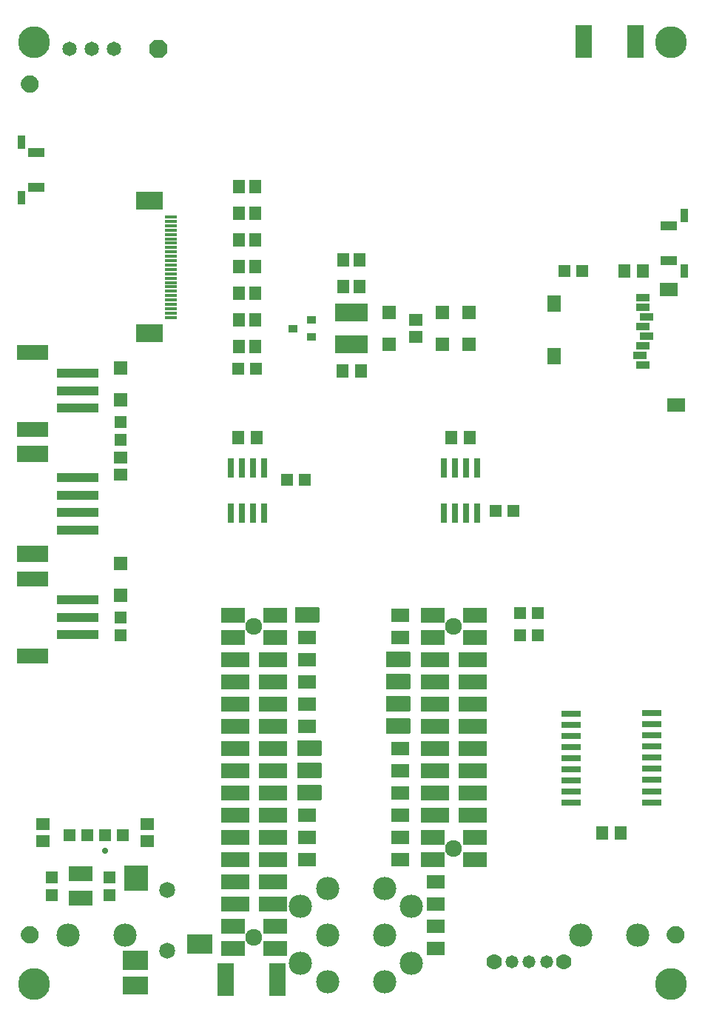
<source format=gbr>
G04 EAGLE Gerber RS-274X export*
G75*
%MOMM*%
%FSLAX34Y34*%
%LPD*%
%INSoldermask Bottom*%
%IPPOS*%
%AMOC8*
5,1,8,0,0,1.08239X$1,22.5*%
G01*
%ADD10R,1.377000X0.402000*%
%ADD11R,3.127000X2.127000*%
%ADD12R,2.667000X1.651000*%
%ADD13R,3.175000X1.651000*%
%ADD14C,1.927000*%
%ADD15R,2.027000X1.527000*%
%ADD16R,1.527000X1.927000*%
%ADD17R,1.627000X0.827000*%
%ADD18R,1.367000X1.627000*%
%ADD19R,4.727000X1.127000*%
%ADD20R,3.527000X1.827000*%
%ADD21R,1.627000X1.367000*%
%ADD22R,3.527000X1.727000*%
%ADD23R,1.427000X1.327000*%
%ADD24R,1.527000X1.527000*%
%ADD25R,2.827000X1.727000*%
%ADD26R,1.327000X1.427000*%
%ADD27R,1.327000X1.627000*%
%ADD28R,1.027000X0.927000*%
%ADD29R,1.905000X1.027000*%
%ADD30R,0.927000X1.577000*%
%ADD31R,1.627000X1.427000*%
%ADD32R,2.327000X0.727000*%
%ADD33R,0.727000X2.327000*%
%ADD34R,2.127000X1.627000*%
%ADD35R,1.295400X1.727200*%
%ADD36R,0.762000X0.330200*%
%ADD37C,1.651000*%
%ADD38C,3.643000*%
%ADD39C,1.127000*%
%ADD40C,0.500000*%
%ADD41P,2.226909X8X202.500000*%
%ADD42C,1.777000*%
%ADD43C,1.477000*%
%ADD44R,2.927000X2.127000*%
%ADD45R,2.727000X2.927000*%
%ADD46R,2.927000X2.327000*%
%ADD47C,1.827000*%
%ADD48C,2.667000*%
%ADD49R,1.827000X3.827000*%
%ADD50R,3.827000X2.127000*%
%ADD51C,0.731000*%

G36*
X345558Y435626D02*
X345558Y435626D01*
X345677Y435633D01*
X345715Y435646D01*
X345756Y435651D01*
X345866Y435694D01*
X345979Y435731D01*
X346014Y435753D01*
X346051Y435768D01*
X346147Y435838D01*
X346248Y435901D01*
X346276Y435931D01*
X346309Y435954D01*
X346385Y436046D01*
X346466Y436133D01*
X346486Y436168D01*
X346511Y436199D01*
X346562Y436307D01*
X346620Y436411D01*
X346630Y436451D01*
X346647Y436487D01*
X346669Y436604D01*
X346699Y436719D01*
X346703Y436780D01*
X346707Y436800D01*
X346705Y436820D01*
X346709Y436880D01*
X346709Y452120D01*
X346694Y452238D01*
X346687Y452357D01*
X346674Y452395D01*
X346669Y452436D01*
X346626Y452546D01*
X346589Y452659D01*
X346567Y452694D01*
X346552Y452731D01*
X346483Y452827D01*
X346419Y452928D01*
X346389Y452956D01*
X346366Y452989D01*
X346274Y453065D01*
X346187Y453146D01*
X346152Y453166D01*
X346121Y453191D01*
X346013Y453242D01*
X345909Y453300D01*
X345869Y453310D01*
X345833Y453327D01*
X345716Y453349D01*
X345601Y453379D01*
X345541Y453383D01*
X345521Y453387D01*
X345500Y453385D01*
X345440Y453389D01*
X320040Y453389D01*
X319922Y453374D01*
X319803Y453367D01*
X319765Y453354D01*
X319724Y453349D01*
X319614Y453306D01*
X319501Y453269D01*
X319466Y453247D01*
X319429Y453232D01*
X319333Y453163D01*
X319232Y453099D01*
X319204Y453069D01*
X319171Y453046D01*
X319096Y452954D01*
X319014Y452867D01*
X318994Y452832D01*
X318969Y452801D01*
X318918Y452693D01*
X318860Y452589D01*
X318850Y452549D01*
X318833Y452513D01*
X318811Y452396D01*
X318781Y452281D01*
X318777Y452221D01*
X318773Y452201D01*
X318774Y452194D01*
X318773Y452192D01*
X318774Y452176D01*
X318771Y452120D01*
X318771Y436880D01*
X318786Y436762D01*
X318793Y436643D01*
X318806Y436605D01*
X318811Y436564D01*
X318854Y436454D01*
X318891Y436341D01*
X318913Y436306D01*
X318928Y436269D01*
X318998Y436173D01*
X319061Y436072D01*
X319091Y436044D01*
X319114Y436011D01*
X319206Y435936D01*
X319293Y435854D01*
X319328Y435834D01*
X319359Y435809D01*
X319467Y435758D01*
X319571Y435700D01*
X319611Y435690D01*
X319647Y435673D01*
X319764Y435651D01*
X319879Y435621D01*
X319940Y435617D01*
X319960Y435613D01*
X319980Y435615D01*
X320040Y435611D01*
X345440Y435611D01*
X345558Y435626D01*
G37*
G36*
X449698Y384826D02*
X449698Y384826D01*
X449817Y384833D01*
X449855Y384846D01*
X449896Y384851D01*
X450006Y384894D01*
X450119Y384931D01*
X450154Y384953D01*
X450191Y384968D01*
X450287Y385038D01*
X450388Y385101D01*
X450416Y385131D01*
X450449Y385154D01*
X450525Y385246D01*
X450606Y385333D01*
X450626Y385368D01*
X450651Y385399D01*
X450702Y385507D01*
X450760Y385611D01*
X450770Y385651D01*
X450787Y385687D01*
X450809Y385804D01*
X450839Y385919D01*
X450843Y385980D01*
X450847Y386000D01*
X450845Y386020D01*
X450849Y386080D01*
X450849Y401320D01*
X450834Y401438D01*
X450827Y401557D01*
X450814Y401595D01*
X450809Y401636D01*
X450766Y401746D01*
X450729Y401859D01*
X450707Y401894D01*
X450692Y401931D01*
X450623Y402027D01*
X450559Y402128D01*
X450529Y402156D01*
X450506Y402189D01*
X450414Y402265D01*
X450327Y402346D01*
X450292Y402366D01*
X450261Y402391D01*
X450153Y402442D01*
X450049Y402500D01*
X450009Y402510D01*
X449973Y402527D01*
X449856Y402549D01*
X449741Y402579D01*
X449681Y402583D01*
X449661Y402587D01*
X449640Y402585D01*
X449580Y402589D01*
X424180Y402589D01*
X424062Y402574D01*
X423943Y402567D01*
X423905Y402554D01*
X423864Y402549D01*
X423754Y402506D01*
X423641Y402469D01*
X423606Y402447D01*
X423569Y402432D01*
X423473Y402363D01*
X423372Y402299D01*
X423344Y402269D01*
X423311Y402246D01*
X423236Y402154D01*
X423154Y402067D01*
X423134Y402032D01*
X423109Y402001D01*
X423058Y401893D01*
X423000Y401789D01*
X422990Y401749D01*
X422973Y401713D01*
X422951Y401596D01*
X422921Y401481D01*
X422917Y401421D01*
X422913Y401401D01*
X422914Y401394D01*
X422913Y401392D01*
X422914Y401376D01*
X422911Y401320D01*
X422911Y386080D01*
X422926Y385962D01*
X422933Y385843D01*
X422946Y385805D01*
X422951Y385764D01*
X422994Y385654D01*
X423031Y385541D01*
X423053Y385506D01*
X423068Y385469D01*
X423138Y385373D01*
X423201Y385272D01*
X423231Y385244D01*
X423254Y385211D01*
X423346Y385136D01*
X423433Y385054D01*
X423468Y385034D01*
X423499Y385009D01*
X423607Y384958D01*
X423711Y384900D01*
X423751Y384890D01*
X423787Y384873D01*
X423904Y384851D01*
X424019Y384821D01*
X424080Y384817D01*
X424100Y384813D01*
X424120Y384815D01*
X424180Y384811D01*
X449580Y384811D01*
X449698Y384826D01*
G37*
G36*
X449698Y359426D02*
X449698Y359426D01*
X449817Y359433D01*
X449855Y359446D01*
X449896Y359451D01*
X450006Y359494D01*
X450119Y359531D01*
X450154Y359553D01*
X450191Y359568D01*
X450287Y359638D01*
X450388Y359701D01*
X450416Y359731D01*
X450449Y359754D01*
X450525Y359846D01*
X450606Y359933D01*
X450626Y359968D01*
X450651Y359999D01*
X450702Y360107D01*
X450760Y360211D01*
X450770Y360251D01*
X450787Y360287D01*
X450809Y360404D01*
X450839Y360519D01*
X450843Y360580D01*
X450847Y360600D01*
X450845Y360620D01*
X450849Y360680D01*
X450849Y375920D01*
X450834Y376038D01*
X450827Y376157D01*
X450814Y376195D01*
X450809Y376236D01*
X450766Y376346D01*
X450729Y376459D01*
X450707Y376494D01*
X450692Y376531D01*
X450623Y376627D01*
X450559Y376728D01*
X450529Y376756D01*
X450506Y376789D01*
X450414Y376865D01*
X450327Y376946D01*
X450292Y376966D01*
X450261Y376991D01*
X450153Y377042D01*
X450049Y377100D01*
X450009Y377110D01*
X449973Y377127D01*
X449856Y377149D01*
X449741Y377179D01*
X449681Y377183D01*
X449661Y377187D01*
X449640Y377185D01*
X449580Y377189D01*
X424180Y377189D01*
X424062Y377174D01*
X423943Y377167D01*
X423905Y377154D01*
X423864Y377149D01*
X423754Y377106D01*
X423641Y377069D01*
X423606Y377047D01*
X423569Y377032D01*
X423473Y376963D01*
X423372Y376899D01*
X423344Y376869D01*
X423311Y376846D01*
X423236Y376754D01*
X423154Y376667D01*
X423134Y376632D01*
X423109Y376601D01*
X423058Y376493D01*
X423000Y376389D01*
X422990Y376349D01*
X422973Y376313D01*
X422951Y376196D01*
X422921Y376081D01*
X422917Y376021D01*
X422913Y376001D01*
X422914Y375994D01*
X422913Y375992D01*
X422914Y375976D01*
X422911Y375920D01*
X422911Y360680D01*
X422926Y360562D01*
X422933Y360443D01*
X422946Y360405D01*
X422951Y360364D01*
X422994Y360254D01*
X423031Y360141D01*
X423053Y360106D01*
X423068Y360069D01*
X423138Y359973D01*
X423201Y359872D01*
X423231Y359844D01*
X423254Y359811D01*
X423346Y359736D01*
X423433Y359654D01*
X423468Y359634D01*
X423499Y359609D01*
X423607Y359558D01*
X423711Y359500D01*
X423751Y359490D01*
X423787Y359473D01*
X423904Y359451D01*
X424019Y359421D01*
X424080Y359417D01*
X424100Y359413D01*
X424120Y359415D01*
X424180Y359411D01*
X449580Y359411D01*
X449698Y359426D01*
G37*
G36*
X449698Y334026D02*
X449698Y334026D01*
X449817Y334033D01*
X449855Y334046D01*
X449896Y334051D01*
X450006Y334094D01*
X450119Y334131D01*
X450154Y334153D01*
X450191Y334168D01*
X450287Y334238D01*
X450388Y334301D01*
X450416Y334331D01*
X450449Y334354D01*
X450525Y334446D01*
X450606Y334533D01*
X450626Y334568D01*
X450651Y334599D01*
X450702Y334707D01*
X450760Y334811D01*
X450770Y334851D01*
X450787Y334887D01*
X450809Y335004D01*
X450839Y335119D01*
X450843Y335180D01*
X450847Y335200D01*
X450845Y335220D01*
X450849Y335280D01*
X450849Y350520D01*
X450834Y350638D01*
X450827Y350757D01*
X450814Y350795D01*
X450809Y350836D01*
X450766Y350946D01*
X450729Y351059D01*
X450707Y351094D01*
X450692Y351131D01*
X450623Y351227D01*
X450559Y351328D01*
X450529Y351356D01*
X450506Y351389D01*
X450414Y351465D01*
X450327Y351546D01*
X450292Y351566D01*
X450261Y351591D01*
X450153Y351642D01*
X450049Y351700D01*
X450009Y351710D01*
X449973Y351727D01*
X449856Y351749D01*
X449741Y351779D01*
X449681Y351783D01*
X449661Y351787D01*
X449640Y351785D01*
X449580Y351789D01*
X424180Y351789D01*
X424062Y351774D01*
X423943Y351767D01*
X423905Y351754D01*
X423864Y351749D01*
X423754Y351706D01*
X423641Y351669D01*
X423606Y351647D01*
X423569Y351632D01*
X423473Y351563D01*
X423372Y351499D01*
X423344Y351469D01*
X423311Y351446D01*
X423236Y351354D01*
X423154Y351267D01*
X423134Y351232D01*
X423109Y351201D01*
X423058Y351093D01*
X423000Y350989D01*
X422990Y350949D01*
X422973Y350913D01*
X422951Y350796D01*
X422921Y350681D01*
X422917Y350621D01*
X422913Y350601D01*
X422914Y350594D01*
X422913Y350592D01*
X422914Y350576D01*
X422911Y350520D01*
X422911Y335280D01*
X422926Y335162D01*
X422933Y335043D01*
X422946Y335005D01*
X422951Y334964D01*
X422994Y334854D01*
X423031Y334741D01*
X423053Y334706D01*
X423068Y334669D01*
X423138Y334573D01*
X423201Y334472D01*
X423231Y334444D01*
X423254Y334411D01*
X423346Y334336D01*
X423433Y334254D01*
X423468Y334234D01*
X423499Y334209D01*
X423607Y334158D01*
X423711Y334100D01*
X423751Y334090D01*
X423787Y334073D01*
X423904Y334051D01*
X424019Y334021D01*
X424080Y334017D01*
X424100Y334013D01*
X424120Y334015D01*
X424180Y334011D01*
X449580Y334011D01*
X449698Y334026D01*
G37*
G36*
X449698Y308626D02*
X449698Y308626D01*
X449817Y308633D01*
X449855Y308646D01*
X449896Y308651D01*
X450006Y308694D01*
X450119Y308731D01*
X450154Y308753D01*
X450191Y308768D01*
X450287Y308838D01*
X450388Y308901D01*
X450416Y308931D01*
X450449Y308954D01*
X450525Y309046D01*
X450606Y309133D01*
X450626Y309168D01*
X450651Y309199D01*
X450702Y309307D01*
X450760Y309411D01*
X450770Y309451D01*
X450787Y309487D01*
X450809Y309604D01*
X450839Y309719D01*
X450843Y309780D01*
X450847Y309800D01*
X450845Y309820D01*
X450849Y309880D01*
X450849Y325120D01*
X450834Y325238D01*
X450827Y325357D01*
X450814Y325395D01*
X450809Y325436D01*
X450766Y325546D01*
X450729Y325659D01*
X450707Y325694D01*
X450692Y325731D01*
X450623Y325827D01*
X450559Y325928D01*
X450529Y325956D01*
X450506Y325989D01*
X450414Y326065D01*
X450327Y326146D01*
X450292Y326166D01*
X450261Y326191D01*
X450153Y326242D01*
X450049Y326300D01*
X450009Y326310D01*
X449973Y326327D01*
X449856Y326349D01*
X449741Y326379D01*
X449681Y326383D01*
X449661Y326387D01*
X449640Y326385D01*
X449580Y326389D01*
X424180Y326389D01*
X424062Y326374D01*
X423943Y326367D01*
X423905Y326354D01*
X423864Y326349D01*
X423754Y326306D01*
X423641Y326269D01*
X423606Y326247D01*
X423569Y326232D01*
X423473Y326163D01*
X423372Y326099D01*
X423344Y326069D01*
X423311Y326046D01*
X423236Y325954D01*
X423154Y325867D01*
X423134Y325832D01*
X423109Y325801D01*
X423058Y325693D01*
X423000Y325589D01*
X422990Y325549D01*
X422973Y325513D01*
X422951Y325396D01*
X422921Y325281D01*
X422917Y325221D01*
X422913Y325201D01*
X422914Y325194D01*
X422913Y325192D01*
X422914Y325176D01*
X422911Y325120D01*
X422911Y309880D01*
X422926Y309762D01*
X422933Y309643D01*
X422946Y309605D01*
X422951Y309564D01*
X422994Y309454D01*
X423031Y309341D01*
X423053Y309306D01*
X423068Y309269D01*
X423138Y309173D01*
X423201Y309072D01*
X423231Y309044D01*
X423254Y309011D01*
X423346Y308936D01*
X423433Y308854D01*
X423468Y308834D01*
X423499Y308809D01*
X423607Y308758D01*
X423711Y308700D01*
X423751Y308690D01*
X423787Y308673D01*
X423904Y308651D01*
X424019Y308621D01*
X424080Y308617D01*
X424100Y308613D01*
X424120Y308615D01*
X424180Y308611D01*
X449580Y308611D01*
X449698Y308626D01*
G37*
G36*
X348098Y283226D02*
X348098Y283226D01*
X348217Y283233D01*
X348255Y283246D01*
X348296Y283251D01*
X348406Y283294D01*
X348519Y283331D01*
X348554Y283353D01*
X348591Y283368D01*
X348687Y283438D01*
X348788Y283501D01*
X348816Y283531D01*
X348849Y283554D01*
X348925Y283646D01*
X349006Y283733D01*
X349026Y283768D01*
X349051Y283799D01*
X349102Y283907D01*
X349160Y284011D01*
X349170Y284051D01*
X349187Y284087D01*
X349209Y284204D01*
X349239Y284319D01*
X349243Y284380D01*
X349247Y284400D01*
X349245Y284420D01*
X349249Y284480D01*
X349249Y299720D01*
X349234Y299838D01*
X349227Y299957D01*
X349214Y299995D01*
X349209Y300036D01*
X349166Y300146D01*
X349129Y300259D01*
X349107Y300294D01*
X349092Y300331D01*
X349023Y300427D01*
X348959Y300528D01*
X348929Y300556D01*
X348906Y300589D01*
X348814Y300665D01*
X348727Y300746D01*
X348692Y300766D01*
X348661Y300791D01*
X348553Y300842D01*
X348449Y300900D01*
X348409Y300910D01*
X348373Y300927D01*
X348256Y300949D01*
X348141Y300979D01*
X348081Y300983D01*
X348061Y300987D01*
X348040Y300985D01*
X347980Y300989D01*
X322580Y300989D01*
X322462Y300974D01*
X322343Y300967D01*
X322305Y300954D01*
X322264Y300949D01*
X322154Y300906D01*
X322041Y300869D01*
X322006Y300847D01*
X321969Y300832D01*
X321873Y300763D01*
X321772Y300699D01*
X321744Y300669D01*
X321711Y300646D01*
X321636Y300554D01*
X321554Y300467D01*
X321534Y300432D01*
X321509Y300401D01*
X321458Y300293D01*
X321400Y300189D01*
X321390Y300149D01*
X321373Y300113D01*
X321351Y299996D01*
X321321Y299881D01*
X321317Y299821D01*
X321313Y299801D01*
X321314Y299794D01*
X321313Y299792D01*
X321314Y299776D01*
X321311Y299720D01*
X321311Y284480D01*
X321326Y284362D01*
X321333Y284243D01*
X321346Y284205D01*
X321351Y284164D01*
X321394Y284054D01*
X321431Y283941D01*
X321453Y283906D01*
X321468Y283869D01*
X321538Y283773D01*
X321601Y283672D01*
X321631Y283644D01*
X321654Y283611D01*
X321746Y283536D01*
X321833Y283454D01*
X321868Y283434D01*
X321899Y283409D01*
X322007Y283358D01*
X322111Y283300D01*
X322151Y283290D01*
X322187Y283273D01*
X322304Y283251D01*
X322419Y283221D01*
X322480Y283217D01*
X322500Y283213D01*
X322520Y283215D01*
X322580Y283211D01*
X347980Y283211D01*
X348098Y283226D01*
G37*
G36*
X348098Y257826D02*
X348098Y257826D01*
X348217Y257833D01*
X348255Y257846D01*
X348296Y257851D01*
X348406Y257894D01*
X348519Y257931D01*
X348554Y257953D01*
X348591Y257968D01*
X348687Y258038D01*
X348788Y258101D01*
X348816Y258131D01*
X348849Y258154D01*
X348925Y258246D01*
X349006Y258333D01*
X349026Y258368D01*
X349051Y258399D01*
X349102Y258507D01*
X349160Y258611D01*
X349170Y258651D01*
X349187Y258687D01*
X349209Y258804D01*
X349239Y258919D01*
X349243Y258980D01*
X349247Y259000D01*
X349245Y259020D01*
X349249Y259080D01*
X349249Y274320D01*
X349234Y274438D01*
X349227Y274557D01*
X349214Y274595D01*
X349209Y274636D01*
X349166Y274746D01*
X349129Y274859D01*
X349107Y274894D01*
X349092Y274931D01*
X349023Y275027D01*
X348959Y275128D01*
X348929Y275156D01*
X348906Y275189D01*
X348814Y275265D01*
X348727Y275346D01*
X348692Y275366D01*
X348661Y275391D01*
X348553Y275442D01*
X348449Y275500D01*
X348409Y275510D01*
X348373Y275527D01*
X348256Y275549D01*
X348141Y275579D01*
X348081Y275583D01*
X348061Y275587D01*
X348040Y275585D01*
X347980Y275589D01*
X322580Y275589D01*
X322462Y275574D01*
X322343Y275567D01*
X322305Y275554D01*
X322264Y275549D01*
X322154Y275506D01*
X322041Y275469D01*
X322006Y275447D01*
X321969Y275432D01*
X321873Y275363D01*
X321772Y275299D01*
X321744Y275269D01*
X321711Y275246D01*
X321636Y275154D01*
X321554Y275067D01*
X321534Y275032D01*
X321509Y275001D01*
X321458Y274893D01*
X321400Y274789D01*
X321390Y274749D01*
X321373Y274713D01*
X321351Y274596D01*
X321321Y274481D01*
X321317Y274421D01*
X321313Y274401D01*
X321314Y274394D01*
X321313Y274392D01*
X321314Y274376D01*
X321311Y274320D01*
X321311Y259080D01*
X321326Y258962D01*
X321333Y258843D01*
X321346Y258805D01*
X321351Y258764D01*
X321394Y258654D01*
X321431Y258541D01*
X321453Y258506D01*
X321468Y258469D01*
X321538Y258373D01*
X321601Y258272D01*
X321631Y258244D01*
X321654Y258211D01*
X321746Y258136D01*
X321833Y258054D01*
X321868Y258034D01*
X321899Y258009D01*
X322007Y257958D01*
X322111Y257900D01*
X322151Y257890D01*
X322187Y257873D01*
X322304Y257851D01*
X322419Y257821D01*
X322480Y257817D01*
X322500Y257813D01*
X322520Y257815D01*
X322580Y257811D01*
X347980Y257811D01*
X348098Y257826D01*
G37*
G36*
X348098Y232426D02*
X348098Y232426D01*
X348217Y232433D01*
X348255Y232446D01*
X348296Y232451D01*
X348406Y232494D01*
X348519Y232531D01*
X348554Y232553D01*
X348591Y232568D01*
X348687Y232638D01*
X348788Y232701D01*
X348816Y232731D01*
X348849Y232754D01*
X348925Y232846D01*
X349006Y232933D01*
X349026Y232968D01*
X349051Y232999D01*
X349102Y233107D01*
X349160Y233211D01*
X349170Y233251D01*
X349187Y233287D01*
X349209Y233404D01*
X349239Y233519D01*
X349243Y233580D01*
X349247Y233600D01*
X349245Y233620D01*
X349249Y233680D01*
X349249Y248920D01*
X349234Y249038D01*
X349227Y249157D01*
X349214Y249195D01*
X349209Y249236D01*
X349166Y249346D01*
X349129Y249459D01*
X349107Y249494D01*
X349092Y249531D01*
X349023Y249627D01*
X348959Y249728D01*
X348929Y249756D01*
X348906Y249789D01*
X348814Y249865D01*
X348727Y249946D01*
X348692Y249966D01*
X348661Y249991D01*
X348553Y250042D01*
X348449Y250100D01*
X348409Y250110D01*
X348373Y250127D01*
X348256Y250149D01*
X348141Y250179D01*
X348081Y250183D01*
X348061Y250187D01*
X348040Y250185D01*
X347980Y250189D01*
X322580Y250189D01*
X322462Y250174D01*
X322343Y250167D01*
X322305Y250154D01*
X322264Y250149D01*
X322154Y250106D01*
X322041Y250069D01*
X322006Y250047D01*
X321969Y250032D01*
X321873Y249963D01*
X321772Y249899D01*
X321744Y249869D01*
X321711Y249846D01*
X321636Y249754D01*
X321554Y249667D01*
X321534Y249632D01*
X321509Y249601D01*
X321458Y249493D01*
X321400Y249389D01*
X321390Y249349D01*
X321373Y249313D01*
X321351Y249196D01*
X321321Y249081D01*
X321317Y249021D01*
X321313Y249001D01*
X321314Y248994D01*
X321313Y248992D01*
X321314Y248976D01*
X321311Y248920D01*
X321311Y233680D01*
X321326Y233562D01*
X321333Y233443D01*
X321346Y233405D01*
X321351Y233364D01*
X321394Y233254D01*
X321431Y233141D01*
X321453Y233106D01*
X321468Y233069D01*
X321538Y232973D01*
X321601Y232872D01*
X321631Y232844D01*
X321654Y232811D01*
X321746Y232736D01*
X321833Y232654D01*
X321868Y232634D01*
X321899Y232609D01*
X322007Y232558D01*
X322111Y232500D01*
X322151Y232490D01*
X322187Y232473D01*
X322304Y232451D01*
X322419Y232421D01*
X322480Y232417D01*
X322500Y232413D01*
X322520Y232415D01*
X322580Y232411D01*
X347980Y232411D01*
X348098Y232426D01*
G37*
D10*
X176532Y899634D03*
X176532Y894634D03*
X176532Y889634D03*
X176532Y884634D03*
X176532Y879634D03*
X176532Y874634D03*
X176532Y869634D03*
X176532Y864634D03*
X176532Y859634D03*
X176532Y854634D03*
X176532Y849634D03*
X176532Y844634D03*
X176532Y839634D03*
X176532Y834634D03*
X176532Y829634D03*
X176532Y824634D03*
X176532Y819634D03*
X176532Y814634D03*
X176532Y809634D03*
X176532Y804634D03*
X176532Y799634D03*
X176532Y794634D03*
X176532Y789634D03*
X176532Y784634D03*
D11*
X151932Y918134D03*
X151932Y767034D03*
D12*
X295910Y63500D03*
X247650Y63500D03*
X295910Y88900D03*
X247650Y88900D03*
D13*
X293370Y114300D03*
X250190Y114300D03*
X293370Y139700D03*
X250190Y139700D03*
X293370Y165100D03*
X250190Y165100D03*
X293370Y190500D03*
X250190Y190500D03*
X293370Y215900D03*
X250190Y215900D03*
X293370Y241300D03*
X250190Y241300D03*
X293370Y266700D03*
X250190Y266700D03*
X293370Y292100D03*
X250190Y292100D03*
X293370Y317500D03*
X250190Y317500D03*
X293370Y342900D03*
X250190Y342900D03*
X293370Y368300D03*
X250190Y368300D03*
X293370Y393700D03*
X250190Y393700D03*
D12*
X295910Y419100D03*
X247650Y419100D03*
X295910Y444500D03*
X247650Y444500D03*
X476250Y444500D03*
X524510Y444500D03*
X476250Y419100D03*
X524510Y419100D03*
D13*
X478790Y393700D03*
X521970Y393700D03*
X478790Y368300D03*
X521970Y368300D03*
X478790Y342900D03*
X521970Y342900D03*
X478790Y317500D03*
X521970Y317500D03*
X478790Y292100D03*
X521970Y292100D03*
X478790Y266700D03*
X521970Y266700D03*
X478790Y241300D03*
X521970Y241300D03*
X478790Y215900D03*
X521970Y215900D03*
D12*
X476250Y190500D03*
X524510Y190500D03*
X476250Y165100D03*
X524510Y165100D03*
D14*
X500380Y177800D03*
X500380Y431800D03*
X271780Y76200D03*
X271780Y431800D03*
D15*
X746270Y816420D03*
X755270Y684420D03*
D16*
X615270Y800420D03*
X615270Y740420D03*
D17*
X717270Y807420D03*
X717270Y796420D03*
X721270Y785420D03*
X717270Y774420D03*
X721270Y763420D03*
X717270Y752420D03*
X713270Y741420D03*
X717270Y730420D03*
D18*
X273660Y782320D03*
X254660Y782320D03*
X273660Y812800D03*
X254660Y812800D03*
X273660Y751840D03*
X254660Y751840D03*
X273660Y843280D03*
X254660Y843280D03*
X273660Y873760D03*
X254660Y873760D03*
X273660Y904240D03*
X254660Y904240D03*
X273660Y934720D03*
X254660Y934720D03*
D19*
X70020Y601500D03*
X70020Y581500D03*
D20*
X18020Y628500D03*
X18020Y514500D03*
D19*
X70020Y561500D03*
X70020Y541500D03*
D21*
X119380Y605180D03*
X119380Y624180D03*
D19*
X70180Y461960D03*
X70180Y441960D03*
D22*
X18180Y485960D03*
X18180Y397960D03*
D19*
X70180Y421960D03*
D23*
X119380Y421640D03*
X119380Y441960D03*
D24*
X119380Y503640D03*
X119380Y466640D03*
D25*
X73660Y148620D03*
X73660Y120620D03*
D23*
X40640Y124460D03*
X40640Y144780D03*
X106680Y124460D03*
X106680Y144780D03*
D26*
X121920Y193040D03*
X101600Y193040D03*
X81280Y193040D03*
X60960Y193040D03*
D18*
X393040Y820420D03*
X374040Y820420D03*
X393040Y850900D03*
X374040Y850900D03*
D24*
X518160Y790660D03*
X518160Y753660D03*
X487680Y790660D03*
X487680Y753660D03*
D21*
X457200Y762660D03*
X457200Y781660D03*
D24*
X426720Y790660D03*
X426720Y753660D03*
D27*
X394040Y723900D03*
X373040Y723900D03*
D28*
X337660Y781660D03*
X337660Y762660D03*
X316660Y772160D03*
D29*
X22956Y933400D03*
X22956Y973400D03*
D30*
X5416Y921900D03*
X5416Y984900D03*
D26*
X596900Y421640D03*
X576580Y421640D03*
X596900Y447040D03*
X576580Y447040D03*
D31*
X30480Y205080D03*
X30480Y186080D03*
X149860Y186080D03*
X149860Y205080D03*
D19*
X70180Y721040D03*
X70180Y701040D03*
D22*
X18180Y745040D03*
X18180Y657040D03*
D19*
X70180Y681040D03*
D23*
X119380Y645160D03*
X119380Y665480D03*
D24*
X119380Y727160D03*
X119380Y690160D03*
D32*
X634720Y242570D03*
X726720Y293970D03*
X634720Y229870D03*
X634720Y255270D03*
X634720Y267970D03*
X726720Y281270D03*
X726720Y306670D03*
X726720Y319370D03*
X634720Y293370D03*
X634720Y280670D03*
X634720Y306070D03*
X634720Y318770D03*
X726720Y268570D03*
X726720Y255870D03*
X726720Y242870D03*
X726720Y229870D03*
X634720Y331470D03*
X726720Y332070D03*
D33*
X270510Y560740D03*
X270510Y612740D03*
X283210Y560740D03*
X257810Y560740D03*
X245110Y560740D03*
X283210Y612740D03*
X257810Y612740D03*
X245110Y612740D03*
D27*
X274660Y647700D03*
X253660Y647700D03*
D34*
X439420Y241300D03*
X439420Y266700D03*
X439420Y292100D03*
X332740Y215900D03*
X332740Y190500D03*
X332740Y165100D03*
X480060Y139700D03*
X480060Y114300D03*
X480060Y63500D03*
X332740Y317500D03*
X332740Y342900D03*
X332740Y368300D03*
X332740Y393700D03*
X332740Y419100D03*
X480060Y88900D03*
X439420Y419100D03*
X439420Y444500D03*
X439420Y215900D03*
X439420Y190500D03*
X439420Y165100D03*
D35*
X429260Y393700D03*
X444500Y393700D03*
D36*
X436880Y393700D03*
D35*
X429260Y368300D03*
X444500Y368300D03*
D36*
X436880Y368300D03*
D35*
X429260Y342900D03*
X444500Y342900D03*
D36*
X436880Y342900D03*
D35*
X429260Y317500D03*
X444500Y317500D03*
D36*
X436880Y317500D03*
D27*
X716620Y838200D03*
X695620Y838200D03*
X691220Y195580D03*
X670220Y195580D03*
D33*
X527050Y560740D03*
X514350Y560740D03*
X501650Y560740D03*
X488950Y560740D03*
X488950Y612740D03*
X501650Y612740D03*
X514350Y612740D03*
X527050Y612740D03*
D35*
X327660Y292100D03*
X342900Y292100D03*
D36*
X335280Y292100D03*
D27*
X518500Y647700D03*
X497500Y647700D03*
D29*
X746664Y889558D03*
X746664Y849558D03*
D30*
X764204Y901058D03*
X764204Y838058D03*
D35*
X327660Y266700D03*
X342900Y266700D03*
D36*
X335280Y266700D03*
D35*
X327660Y241300D03*
X342900Y241300D03*
D36*
X335280Y241300D03*
D37*
X111760Y1092200D03*
X86360Y1092200D03*
X60960Y1092200D03*
D38*
X20320Y22860D03*
X749300Y22860D03*
D39*
X754380Y78740D03*
D40*
X761880Y78740D02*
X761878Y78921D01*
X761871Y79102D01*
X761860Y79283D01*
X761845Y79464D01*
X761825Y79644D01*
X761801Y79824D01*
X761773Y80003D01*
X761740Y80181D01*
X761703Y80358D01*
X761662Y80535D01*
X761617Y80710D01*
X761567Y80885D01*
X761513Y81058D01*
X761455Y81229D01*
X761393Y81400D01*
X761326Y81568D01*
X761256Y81735D01*
X761182Y81901D01*
X761103Y82064D01*
X761021Y82225D01*
X760935Y82385D01*
X760845Y82542D01*
X760751Y82697D01*
X760654Y82850D01*
X760552Y83000D01*
X760448Y83148D01*
X760339Y83294D01*
X760228Y83436D01*
X760112Y83576D01*
X759994Y83713D01*
X759872Y83848D01*
X759747Y83979D01*
X759619Y84107D01*
X759488Y84232D01*
X759353Y84354D01*
X759216Y84472D01*
X759076Y84588D01*
X758934Y84699D01*
X758788Y84808D01*
X758640Y84912D01*
X758490Y85014D01*
X758337Y85111D01*
X758182Y85205D01*
X758025Y85295D01*
X757865Y85381D01*
X757704Y85463D01*
X757541Y85542D01*
X757375Y85616D01*
X757208Y85686D01*
X757040Y85753D01*
X756869Y85815D01*
X756698Y85873D01*
X756525Y85927D01*
X756350Y85977D01*
X756175Y86022D01*
X755998Y86063D01*
X755821Y86100D01*
X755643Y86133D01*
X755464Y86161D01*
X755284Y86185D01*
X755104Y86205D01*
X754923Y86220D01*
X754742Y86231D01*
X754561Y86238D01*
X754380Y86240D01*
X754199Y86238D01*
X754018Y86231D01*
X753837Y86220D01*
X753656Y86205D01*
X753476Y86185D01*
X753296Y86161D01*
X753117Y86133D01*
X752939Y86100D01*
X752762Y86063D01*
X752585Y86022D01*
X752410Y85977D01*
X752235Y85927D01*
X752062Y85873D01*
X751891Y85815D01*
X751720Y85753D01*
X751552Y85686D01*
X751385Y85616D01*
X751219Y85542D01*
X751056Y85463D01*
X750895Y85381D01*
X750735Y85295D01*
X750578Y85205D01*
X750423Y85111D01*
X750270Y85014D01*
X750120Y84912D01*
X749972Y84808D01*
X749826Y84699D01*
X749684Y84588D01*
X749544Y84472D01*
X749407Y84354D01*
X749272Y84232D01*
X749141Y84107D01*
X749013Y83979D01*
X748888Y83848D01*
X748766Y83713D01*
X748648Y83576D01*
X748532Y83436D01*
X748421Y83294D01*
X748312Y83148D01*
X748208Y83000D01*
X748106Y82850D01*
X748009Y82697D01*
X747915Y82542D01*
X747825Y82385D01*
X747739Y82225D01*
X747657Y82064D01*
X747578Y81901D01*
X747504Y81735D01*
X747434Y81568D01*
X747367Y81400D01*
X747305Y81229D01*
X747247Y81058D01*
X747193Y80885D01*
X747143Y80710D01*
X747098Y80535D01*
X747057Y80358D01*
X747020Y80181D01*
X746987Y80003D01*
X746959Y79824D01*
X746935Y79644D01*
X746915Y79464D01*
X746900Y79283D01*
X746889Y79102D01*
X746882Y78921D01*
X746880Y78740D01*
X746882Y78559D01*
X746889Y78378D01*
X746900Y78197D01*
X746915Y78016D01*
X746935Y77836D01*
X746959Y77656D01*
X746987Y77477D01*
X747020Y77299D01*
X747057Y77122D01*
X747098Y76945D01*
X747143Y76770D01*
X747193Y76595D01*
X747247Y76422D01*
X747305Y76251D01*
X747367Y76080D01*
X747434Y75912D01*
X747504Y75745D01*
X747578Y75579D01*
X747657Y75416D01*
X747739Y75255D01*
X747825Y75095D01*
X747915Y74938D01*
X748009Y74783D01*
X748106Y74630D01*
X748208Y74480D01*
X748312Y74332D01*
X748421Y74186D01*
X748532Y74044D01*
X748648Y73904D01*
X748766Y73767D01*
X748888Y73632D01*
X749013Y73501D01*
X749141Y73373D01*
X749272Y73248D01*
X749407Y73126D01*
X749544Y73008D01*
X749684Y72892D01*
X749826Y72781D01*
X749972Y72672D01*
X750120Y72568D01*
X750270Y72466D01*
X750423Y72369D01*
X750578Y72275D01*
X750735Y72185D01*
X750895Y72099D01*
X751056Y72017D01*
X751219Y71938D01*
X751385Y71864D01*
X751552Y71794D01*
X751720Y71727D01*
X751891Y71665D01*
X752062Y71607D01*
X752235Y71553D01*
X752410Y71503D01*
X752585Y71458D01*
X752762Y71417D01*
X752939Y71380D01*
X753117Y71347D01*
X753296Y71319D01*
X753476Y71295D01*
X753656Y71275D01*
X753837Y71260D01*
X754018Y71249D01*
X754199Y71242D01*
X754380Y71240D01*
X754561Y71242D01*
X754742Y71249D01*
X754923Y71260D01*
X755104Y71275D01*
X755284Y71295D01*
X755464Y71319D01*
X755643Y71347D01*
X755821Y71380D01*
X755998Y71417D01*
X756175Y71458D01*
X756350Y71503D01*
X756525Y71553D01*
X756698Y71607D01*
X756869Y71665D01*
X757040Y71727D01*
X757208Y71794D01*
X757375Y71864D01*
X757541Y71938D01*
X757704Y72017D01*
X757865Y72099D01*
X758025Y72185D01*
X758182Y72275D01*
X758337Y72369D01*
X758490Y72466D01*
X758640Y72568D01*
X758788Y72672D01*
X758934Y72781D01*
X759076Y72892D01*
X759216Y73008D01*
X759353Y73126D01*
X759488Y73248D01*
X759619Y73373D01*
X759747Y73501D01*
X759872Y73632D01*
X759994Y73767D01*
X760112Y73904D01*
X760228Y74044D01*
X760339Y74186D01*
X760448Y74332D01*
X760552Y74480D01*
X760654Y74630D01*
X760751Y74783D01*
X760845Y74938D01*
X760935Y75095D01*
X761021Y75255D01*
X761103Y75416D01*
X761182Y75579D01*
X761256Y75745D01*
X761326Y75912D01*
X761393Y76080D01*
X761455Y76251D01*
X761513Y76422D01*
X761567Y76595D01*
X761617Y76770D01*
X761662Y76945D01*
X761703Y77122D01*
X761740Y77299D01*
X761773Y77477D01*
X761801Y77656D01*
X761825Y77836D01*
X761845Y78016D01*
X761860Y78197D01*
X761871Y78378D01*
X761878Y78559D01*
X761880Y78740D01*
D39*
X15240Y1051560D03*
D40*
X22740Y1051560D02*
X22738Y1051741D01*
X22731Y1051922D01*
X22720Y1052103D01*
X22705Y1052284D01*
X22685Y1052464D01*
X22661Y1052644D01*
X22633Y1052823D01*
X22600Y1053001D01*
X22563Y1053178D01*
X22522Y1053355D01*
X22477Y1053530D01*
X22427Y1053705D01*
X22373Y1053878D01*
X22315Y1054049D01*
X22253Y1054220D01*
X22186Y1054388D01*
X22116Y1054555D01*
X22042Y1054721D01*
X21963Y1054884D01*
X21881Y1055045D01*
X21795Y1055205D01*
X21705Y1055362D01*
X21611Y1055517D01*
X21514Y1055670D01*
X21412Y1055820D01*
X21308Y1055968D01*
X21199Y1056114D01*
X21088Y1056256D01*
X20972Y1056396D01*
X20854Y1056533D01*
X20732Y1056668D01*
X20607Y1056799D01*
X20479Y1056927D01*
X20348Y1057052D01*
X20213Y1057174D01*
X20076Y1057292D01*
X19936Y1057408D01*
X19794Y1057519D01*
X19648Y1057628D01*
X19500Y1057732D01*
X19350Y1057834D01*
X19197Y1057931D01*
X19042Y1058025D01*
X18885Y1058115D01*
X18725Y1058201D01*
X18564Y1058283D01*
X18401Y1058362D01*
X18235Y1058436D01*
X18068Y1058506D01*
X17900Y1058573D01*
X17729Y1058635D01*
X17558Y1058693D01*
X17385Y1058747D01*
X17210Y1058797D01*
X17035Y1058842D01*
X16858Y1058883D01*
X16681Y1058920D01*
X16503Y1058953D01*
X16324Y1058981D01*
X16144Y1059005D01*
X15964Y1059025D01*
X15783Y1059040D01*
X15602Y1059051D01*
X15421Y1059058D01*
X15240Y1059060D01*
X15059Y1059058D01*
X14878Y1059051D01*
X14697Y1059040D01*
X14516Y1059025D01*
X14336Y1059005D01*
X14156Y1058981D01*
X13977Y1058953D01*
X13799Y1058920D01*
X13622Y1058883D01*
X13445Y1058842D01*
X13270Y1058797D01*
X13095Y1058747D01*
X12922Y1058693D01*
X12751Y1058635D01*
X12580Y1058573D01*
X12412Y1058506D01*
X12245Y1058436D01*
X12079Y1058362D01*
X11916Y1058283D01*
X11755Y1058201D01*
X11595Y1058115D01*
X11438Y1058025D01*
X11283Y1057931D01*
X11130Y1057834D01*
X10980Y1057732D01*
X10832Y1057628D01*
X10686Y1057519D01*
X10544Y1057408D01*
X10404Y1057292D01*
X10267Y1057174D01*
X10132Y1057052D01*
X10001Y1056927D01*
X9873Y1056799D01*
X9748Y1056668D01*
X9626Y1056533D01*
X9508Y1056396D01*
X9392Y1056256D01*
X9281Y1056114D01*
X9172Y1055968D01*
X9068Y1055820D01*
X8966Y1055670D01*
X8869Y1055517D01*
X8775Y1055362D01*
X8685Y1055205D01*
X8599Y1055045D01*
X8517Y1054884D01*
X8438Y1054721D01*
X8364Y1054555D01*
X8294Y1054388D01*
X8227Y1054220D01*
X8165Y1054049D01*
X8107Y1053878D01*
X8053Y1053705D01*
X8003Y1053530D01*
X7958Y1053355D01*
X7917Y1053178D01*
X7880Y1053001D01*
X7847Y1052823D01*
X7819Y1052644D01*
X7795Y1052464D01*
X7775Y1052284D01*
X7760Y1052103D01*
X7749Y1051922D01*
X7742Y1051741D01*
X7740Y1051560D01*
X7742Y1051379D01*
X7749Y1051198D01*
X7760Y1051017D01*
X7775Y1050836D01*
X7795Y1050656D01*
X7819Y1050476D01*
X7847Y1050297D01*
X7880Y1050119D01*
X7917Y1049942D01*
X7958Y1049765D01*
X8003Y1049590D01*
X8053Y1049415D01*
X8107Y1049242D01*
X8165Y1049071D01*
X8227Y1048900D01*
X8294Y1048732D01*
X8364Y1048565D01*
X8438Y1048399D01*
X8517Y1048236D01*
X8599Y1048075D01*
X8685Y1047915D01*
X8775Y1047758D01*
X8869Y1047603D01*
X8966Y1047450D01*
X9068Y1047300D01*
X9172Y1047152D01*
X9281Y1047006D01*
X9392Y1046864D01*
X9508Y1046724D01*
X9626Y1046587D01*
X9748Y1046452D01*
X9873Y1046321D01*
X10001Y1046193D01*
X10132Y1046068D01*
X10267Y1045946D01*
X10404Y1045828D01*
X10544Y1045712D01*
X10686Y1045601D01*
X10832Y1045492D01*
X10980Y1045388D01*
X11130Y1045286D01*
X11283Y1045189D01*
X11438Y1045095D01*
X11595Y1045005D01*
X11755Y1044919D01*
X11916Y1044837D01*
X12079Y1044758D01*
X12245Y1044684D01*
X12412Y1044614D01*
X12580Y1044547D01*
X12751Y1044485D01*
X12922Y1044427D01*
X13095Y1044373D01*
X13270Y1044323D01*
X13445Y1044278D01*
X13622Y1044237D01*
X13799Y1044200D01*
X13977Y1044167D01*
X14156Y1044139D01*
X14336Y1044115D01*
X14516Y1044095D01*
X14697Y1044080D01*
X14878Y1044069D01*
X15059Y1044062D01*
X15240Y1044060D01*
X15421Y1044062D01*
X15602Y1044069D01*
X15783Y1044080D01*
X15964Y1044095D01*
X16144Y1044115D01*
X16324Y1044139D01*
X16503Y1044167D01*
X16681Y1044200D01*
X16858Y1044237D01*
X17035Y1044278D01*
X17210Y1044323D01*
X17385Y1044373D01*
X17558Y1044427D01*
X17729Y1044485D01*
X17900Y1044547D01*
X18068Y1044614D01*
X18235Y1044684D01*
X18401Y1044758D01*
X18564Y1044837D01*
X18725Y1044919D01*
X18885Y1045005D01*
X19042Y1045095D01*
X19197Y1045189D01*
X19350Y1045286D01*
X19500Y1045388D01*
X19648Y1045492D01*
X19794Y1045601D01*
X19936Y1045712D01*
X20076Y1045828D01*
X20213Y1045946D01*
X20348Y1046068D01*
X20479Y1046193D01*
X20607Y1046321D01*
X20732Y1046452D01*
X20854Y1046587D01*
X20972Y1046724D01*
X21088Y1046864D01*
X21199Y1047006D01*
X21308Y1047152D01*
X21412Y1047300D01*
X21514Y1047450D01*
X21611Y1047603D01*
X21705Y1047758D01*
X21795Y1047915D01*
X21881Y1048075D01*
X21963Y1048236D01*
X22042Y1048399D01*
X22116Y1048565D01*
X22186Y1048732D01*
X22253Y1048900D01*
X22315Y1049071D01*
X22373Y1049242D01*
X22427Y1049415D01*
X22477Y1049590D01*
X22522Y1049765D01*
X22563Y1049942D01*
X22600Y1050119D01*
X22633Y1050297D01*
X22661Y1050476D01*
X22685Y1050656D01*
X22705Y1050836D01*
X22720Y1051017D01*
X22731Y1051198D01*
X22738Y1051379D01*
X22740Y1051560D01*
D38*
X20320Y1099820D03*
X749300Y1099820D03*
D41*
X162560Y1092200D03*
D39*
X15240Y78740D03*
D40*
X22740Y78740D02*
X22738Y78921D01*
X22731Y79102D01*
X22720Y79283D01*
X22705Y79464D01*
X22685Y79644D01*
X22661Y79824D01*
X22633Y80003D01*
X22600Y80181D01*
X22563Y80358D01*
X22522Y80535D01*
X22477Y80710D01*
X22427Y80885D01*
X22373Y81058D01*
X22315Y81229D01*
X22253Y81400D01*
X22186Y81568D01*
X22116Y81735D01*
X22042Y81901D01*
X21963Y82064D01*
X21881Y82225D01*
X21795Y82385D01*
X21705Y82542D01*
X21611Y82697D01*
X21514Y82850D01*
X21412Y83000D01*
X21308Y83148D01*
X21199Y83294D01*
X21088Y83436D01*
X20972Y83576D01*
X20854Y83713D01*
X20732Y83848D01*
X20607Y83979D01*
X20479Y84107D01*
X20348Y84232D01*
X20213Y84354D01*
X20076Y84472D01*
X19936Y84588D01*
X19794Y84699D01*
X19648Y84808D01*
X19500Y84912D01*
X19350Y85014D01*
X19197Y85111D01*
X19042Y85205D01*
X18885Y85295D01*
X18725Y85381D01*
X18564Y85463D01*
X18401Y85542D01*
X18235Y85616D01*
X18068Y85686D01*
X17900Y85753D01*
X17729Y85815D01*
X17558Y85873D01*
X17385Y85927D01*
X17210Y85977D01*
X17035Y86022D01*
X16858Y86063D01*
X16681Y86100D01*
X16503Y86133D01*
X16324Y86161D01*
X16144Y86185D01*
X15964Y86205D01*
X15783Y86220D01*
X15602Y86231D01*
X15421Y86238D01*
X15240Y86240D01*
X15059Y86238D01*
X14878Y86231D01*
X14697Y86220D01*
X14516Y86205D01*
X14336Y86185D01*
X14156Y86161D01*
X13977Y86133D01*
X13799Y86100D01*
X13622Y86063D01*
X13445Y86022D01*
X13270Y85977D01*
X13095Y85927D01*
X12922Y85873D01*
X12751Y85815D01*
X12580Y85753D01*
X12412Y85686D01*
X12245Y85616D01*
X12079Y85542D01*
X11916Y85463D01*
X11755Y85381D01*
X11595Y85295D01*
X11438Y85205D01*
X11283Y85111D01*
X11130Y85014D01*
X10980Y84912D01*
X10832Y84808D01*
X10686Y84699D01*
X10544Y84588D01*
X10404Y84472D01*
X10267Y84354D01*
X10132Y84232D01*
X10001Y84107D01*
X9873Y83979D01*
X9748Y83848D01*
X9626Y83713D01*
X9508Y83576D01*
X9392Y83436D01*
X9281Y83294D01*
X9172Y83148D01*
X9068Y83000D01*
X8966Y82850D01*
X8869Y82697D01*
X8775Y82542D01*
X8685Y82385D01*
X8599Y82225D01*
X8517Y82064D01*
X8438Y81901D01*
X8364Y81735D01*
X8294Y81568D01*
X8227Y81400D01*
X8165Y81229D01*
X8107Y81058D01*
X8053Y80885D01*
X8003Y80710D01*
X7958Y80535D01*
X7917Y80358D01*
X7880Y80181D01*
X7847Y80003D01*
X7819Y79824D01*
X7795Y79644D01*
X7775Y79464D01*
X7760Y79283D01*
X7749Y79102D01*
X7742Y78921D01*
X7740Y78740D01*
X7742Y78559D01*
X7749Y78378D01*
X7760Y78197D01*
X7775Y78016D01*
X7795Y77836D01*
X7819Y77656D01*
X7847Y77477D01*
X7880Y77299D01*
X7917Y77122D01*
X7958Y76945D01*
X8003Y76770D01*
X8053Y76595D01*
X8107Y76422D01*
X8165Y76251D01*
X8227Y76080D01*
X8294Y75912D01*
X8364Y75745D01*
X8438Y75579D01*
X8517Y75416D01*
X8599Y75255D01*
X8685Y75095D01*
X8775Y74938D01*
X8869Y74783D01*
X8966Y74630D01*
X9068Y74480D01*
X9172Y74332D01*
X9281Y74186D01*
X9392Y74044D01*
X9508Y73904D01*
X9626Y73767D01*
X9748Y73632D01*
X9873Y73501D01*
X10001Y73373D01*
X10132Y73248D01*
X10267Y73126D01*
X10404Y73008D01*
X10544Y72892D01*
X10686Y72781D01*
X10832Y72672D01*
X10980Y72568D01*
X11130Y72466D01*
X11283Y72369D01*
X11438Y72275D01*
X11595Y72185D01*
X11755Y72099D01*
X11916Y72017D01*
X12079Y71938D01*
X12245Y71864D01*
X12412Y71794D01*
X12580Y71727D01*
X12751Y71665D01*
X12922Y71607D01*
X13095Y71553D01*
X13270Y71503D01*
X13445Y71458D01*
X13622Y71417D01*
X13799Y71380D01*
X13977Y71347D01*
X14156Y71319D01*
X14336Y71295D01*
X14516Y71275D01*
X14697Y71260D01*
X14878Y71249D01*
X15059Y71242D01*
X15240Y71240D01*
X15421Y71242D01*
X15602Y71249D01*
X15783Y71260D01*
X15964Y71275D01*
X16144Y71295D01*
X16324Y71319D01*
X16503Y71347D01*
X16681Y71380D01*
X16858Y71417D01*
X17035Y71458D01*
X17210Y71503D01*
X17385Y71553D01*
X17558Y71607D01*
X17729Y71665D01*
X17900Y71727D01*
X18068Y71794D01*
X18235Y71864D01*
X18401Y71938D01*
X18564Y72017D01*
X18725Y72099D01*
X18885Y72185D01*
X19042Y72275D01*
X19197Y72369D01*
X19350Y72466D01*
X19500Y72568D01*
X19648Y72672D01*
X19794Y72781D01*
X19936Y72892D01*
X20076Y73008D01*
X20213Y73126D01*
X20348Y73248D01*
X20479Y73373D01*
X20607Y73501D01*
X20732Y73632D01*
X20854Y73767D01*
X20972Y73904D01*
X21088Y74044D01*
X21199Y74186D01*
X21308Y74332D01*
X21412Y74480D01*
X21514Y74630D01*
X21611Y74783D01*
X21705Y74938D01*
X21795Y75095D01*
X21881Y75255D01*
X21963Y75416D01*
X22042Y75579D01*
X22116Y75745D01*
X22186Y75912D01*
X22253Y76080D01*
X22315Y76251D01*
X22373Y76422D01*
X22427Y76595D01*
X22477Y76770D01*
X22522Y76945D01*
X22563Y77122D01*
X22600Y77299D01*
X22633Y77477D01*
X22661Y77656D01*
X22685Y77836D01*
X22705Y78016D01*
X22720Y78197D01*
X22731Y78378D01*
X22738Y78559D01*
X22740Y78740D01*
D42*
X626740Y48260D03*
X546740Y48260D03*
D43*
X606740Y48260D03*
X586740Y48260D03*
X566740Y48260D03*
D35*
X325120Y444500D03*
X340360Y444500D03*
D44*
X135720Y21210D03*
D45*
X136720Y143210D03*
D46*
X209720Y68210D03*
X135720Y49210D03*
D47*
X172720Y60210D03*
X172720Y130210D03*
D48*
X325120Y46240D03*
X325120Y111240D03*
X421120Y25400D03*
X356120Y25400D03*
X421120Y132080D03*
X356120Y132080D03*
X452120Y111240D03*
X452120Y46240D03*
X421120Y78740D03*
X356120Y78740D03*
X58940Y78740D03*
X123940Y78740D03*
X710680Y78740D03*
X645680Y78740D03*
D49*
X298740Y27940D03*
X239740Y27940D03*
X649442Y1100582D03*
X708442Y1100582D03*
D50*
X383540Y790160D03*
X383540Y754160D03*
D26*
X568960Y563880D03*
X548640Y563880D03*
X647700Y838200D03*
X627380Y838200D03*
X309880Y599440D03*
X330200Y599440D03*
X274320Y726440D03*
X254000Y726440D03*
D51*
X101600Y175260D03*
M02*

</source>
